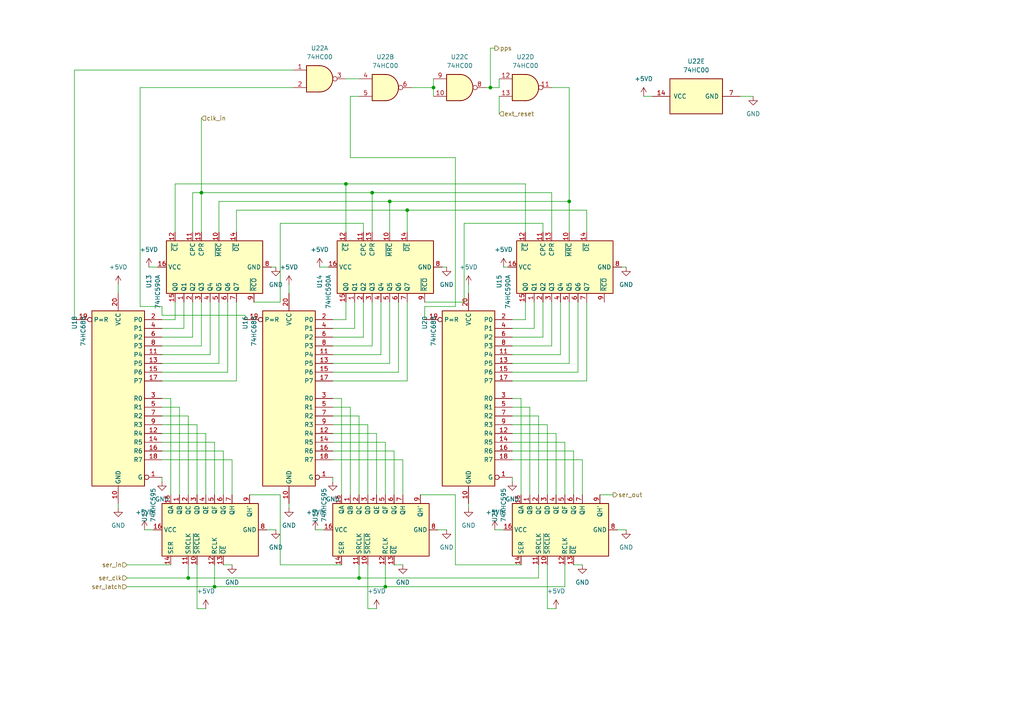
<source format=kicad_sch>
(kicad_sch (version 20230121) (generator eeschema)
  (paper "A4")
  (lib_symbols
    (symbol "74xx:74AHC595"
      (property "Reference" "U" (at -7.62 13.97 0))
      (property "Value" "74AHC595" (at -7.62 -16.51 0))
      (symbol "74AHC595_1_0"
        (pin tri_state line (at 10.16 7.62 180) (length 2.54) (name "QB") (number "1"))
        (pin input line (at -10.16 2.54 0) (length 2.54) (name "~{SRCLR}") (number "10"))
        (pin input line (at -10.16 5.08 0) (length 2.54) (name "SRCLK") (number "11"))
        (pin input line (at -10.16 -2.54 0) (length 2.54) (name "RCLK") (number "12"))
        (pin input line (at -10.16 -5.08 0) (length 2.54) (name "~{OE}") (number "13"))
        (pin input line (at -10.16 10.16 0) (length 2.54) (name "SER") (number "14"))
        (pin tri_state line (at 10.16 10.16 180) (length 2.54) (name "QA") (number "15"))
        (pin power_in line (at 0 15.24 270) (length 2.54) (name "VCC") (number "16"))
        (pin tri_state line (at 10.16 5.08 180) (length 2.54) (name "QC") (number "2"))
        (pin tri_state line (at 10.16 2.54 180) (length 2.54) (name "QD") (number "3"))
        (pin tri_state line (at 10.16 0 180) (length 2.54) (name "QE") (number "4"))
        (pin tri_state line (at 10.16 -2.54 180) (length 2.54) (name "QF") (number "5"))
        (pin tri_state line (at 10.16 -5.08 180) (length 2.54) (name "QG") (number "6"))
        (pin tri_state line (at 10.16 -7.62 180) (length 2.54) (name "QH") (number "7"))
        (pin power_in line (at 0 -17.78 90) (length 2.54) (name "GND") (number "8"))
        (pin output line (at 10.16 -12.7 180) (length 2.54) (name "QH'") (number "9"))
      )
      (symbol "74AHC595_1_1"
        (rectangle (start -7.62 12.7) (end 7.62 -15.24) (stroke (width 0.254)) (fill (type background)))
      )
    )
    (symbol "74xx:74HC00" (pin_names (offset 1.016))
      (property "Reference" "U" (at 0 1.27 0))
      (property "Value" "74HC00" (at 0 -1.27 0))
      (symbol "74HC00_1_1"
        (arc (start 0 -3.81) (mid 3.7934 0) (end 0 3.81) (stroke (width 0.254)) (fill (type background)))
        (polyline (pts (xy 0 3.81) (xy -3.81 3.81) (xy -3.81 -3.81) (xy 0 -3.81)) (stroke (width 0.254)) (fill (type background)))
        (pin input line (at -7.62 2.54 0) (length 3.81) (name "~") (number "1"))
        (pin input line (at -7.62 -2.54 0) (length 3.81) (name "~") (number "2"))
        (pin output inverted (at 7.62 0 180) (length 3.81) (name "~") (number "3"))
      )
      (symbol "74HC00_1_2"
        (arc (start -3.81 -3.81) (mid -2.589 0) (end -3.81 3.81) (stroke (width 0.254)))
        (arc (start -0.6096 -3.81) (mid 2.1842 -2.5851) (end 3.81 0) (stroke (width 0.254)) (fill (type background)))
        (polyline (pts (xy -3.81 -3.81) (xy -0.635 -3.81)) (stroke (width 0.254)) (fill (type background)))
        (polyline (pts (xy -3.81 3.81) (xy -0.635 3.81)) (stroke (width 0.254)) (fill (type background)))
        (polyline (pts (xy -0.635 3.81) (xy -3.81 3.81) (xy -3.81 3.81) (xy -3.556 3.4036) (xy -3.0226 2.2606) (xy -2.6924 1.0414) (xy -2.6162 -0.254) (xy -2.7686 -1.4986) (xy -3.175 -2.7178) (xy -3.81 -3.81) (xy -3.81 -3.81) (xy -0.635 -3.81)) (stroke (width -25.4)) (fill (type background)))
        (arc (start 3.81 0) (mid 2.1915 2.5936) (end -0.6096 3.81) (stroke (width 0.254)) (fill (type background)))
        (pin input inverted (at -7.62 2.54 0) (length 4.318) (name "~") (number "1"))
        (pin input inverted (at -7.62 -2.54 0) (length 4.318) (name "~") (number "2"))
        (pin output line (at 7.62 0 180) (length 3.81) (name "~") (number "3"))
      )
      (symbol "74HC00_2_1"
        (arc (start 0 -3.81) (mid 3.7934 0) (end 0 3.81) (stroke (width 0.254)) (fill (type background)))
        (polyline (pts (xy 0 3.81) (xy -3.81 3.81) (xy -3.81 -3.81) (xy 0 -3.81)) (stroke (width 0.254)) (fill (type background)))
        (pin input line (at -7.62 2.54 0) (length 3.81) (name "~") (number "4"))
        (pin input line (at -7.62 -2.54 0) (length 3.81) (name "~") (number "5"))
        (pin output inverted (at 7.62 0 180) (length 3.81) (name "~") (number "6"))
      )
      (symbol "74HC00_2_2"
        (arc (start -3.81 -3.81) (mid -2.589 0) (end -3.81 3.81) (stroke (width 0.254)))
        (arc (start -0.6096 -3.81) (mid 2.1842 -2.5851) (end 3.81 0) (stroke (width 0.254)) (fill (type background)))
        (polyline (pts (xy -3.81 -3.81) (xy -0.635 -3.81)) (stroke (width 0.254)) (fill (type background)))
        (polyline (pts (xy -3.81 3.81) (xy -0.635 3.81)) (stroke (width 0.254)) (fill (type background)))
        (polyline (pts (xy -0.635 3.81) (xy -3.81 3.81) (xy -3.81 3.81) (xy -3.556 3.4036) (xy -3.0226 2.2606) (xy -2.6924 1.0414) (xy -2.6162 -0.254) (xy -2.7686 -1.4986) (xy -3.175 -2.7178) (xy -3.81 -3.81) (xy -3.81 -3.81) (xy -0.635 -3.81)) (stroke (width -25.4)) (fill (type background)))
        (arc (start 3.81 0) (mid 2.1915 2.5936) (end -0.6096 3.81) (stroke (width 0.254)) (fill (type background)))
        (pin input inverted (at -7.62 2.54 0) (length 4.318) (name "~") (number "4"))
        (pin input inverted (at -7.62 -2.54 0) (length 4.318) (name "~") (number "5"))
        (pin output line (at 7.62 0 180) (length 3.81) (name "~") (number "6"))
      )
      (symbol "74HC00_3_1"
        (arc (start 0 -3.81) (mid 3.7934 0) (end 0 3.81) (stroke (width 0.254)) (fill (type background)))
        (polyline (pts (xy 0 3.81) (xy -3.81 3.81) (xy -3.81 -3.81) (xy 0 -3.81)) (stroke (width 0.254)) (fill (type background)))
        (pin input line (at -7.62 -2.54 0) (length 3.81) (name "~") (number "10"))
        (pin output inverted (at 7.62 0 180) (length 3.81) (name "~") (number "8"))
        (pin input line (at -7.62 2.54 0) (length 3.81) (name "~") (number "9"))
      )
      (symbol "74HC00_3_2"
        (arc (start -3.81 -3.81) (mid -2.589 0) (end -3.81 3.81) (stroke (width 0.254)))
        (arc (start -0.6096 -3.81) (mid 2.1842 -2.5851) (end 3.81 0) (stroke (width 0.254)) (fill (type background)))
        (polyline (pts (xy -3.81 -3.81) (xy -0.635 -3.81)) (stroke (width 0.254)) (fill (type background)))
        (polyline (pts (xy -3.81 3.81) (xy -0.635 3.81)) (stroke (width 0.254)) (fill (type background)))
        (polyline (pts (xy -0.635 3.81) (xy -3.81 3.81) (xy -3.81 3.81) (xy -3.556 3.4036) (xy -3.0226 2.2606) (xy -2.6924 1.0414) (xy -2.6162 -0.254) (xy -2.7686 -1.4986) (xy -3.175 -2.7178) (xy -3.81 -3.81) (xy -3.81 -3.81) (xy -0.635 -3.81)) (stroke (width -25.4)) (fill (type background)))
        (arc (start 3.81 0) (mid 2.1915 2.5936) (end -0.6096 3.81) (stroke (width 0.254)) (fill (type background)))
        (pin input inverted (at -7.62 -2.54 0) (length 4.318) (name "~") (number "10"))
        (pin output line (at 7.62 0 180) (length 3.81) (name "~") (number "8"))
        (pin input inverted (at -7.62 2.54 0) (length 4.318) (name "~") (number "9"))
      )
      (symbol "74HC00_4_1"
        (arc (start 0 -3.81) (mid 3.7934 0) (end 0 3.81) (stroke (width 0.254)) (fill (type background)))
        (polyline (pts (xy 0 3.81) (xy -3.81 3.81) (xy -3.81 -3.81) (xy 0 -3.81)) (stroke (width 0.254)) (fill (type background)))
        (pin output inverted (at 7.62 0 180) (length 3.81) (name "~") (number "11"))
        (pin input line (at -7.62 2.54 0) (length 3.81) (name "~") (number "12"))
        (pin input line (at -7.62 -2.54 0) (length 3.81) (name "~") (number "13"))
      )
      (symbol "74HC00_4_2"
        (arc (start -3.81 -3.81) (mid -2.589 0) (end -3.81 3.81) (stroke (width 0.254)))
        (arc (start -0.6096 -3.81) (mid 2.1842 -2.5851) (end 3.81 0) (stroke (width 0.254)) (fill (type background)))
        (polyline (pts (xy -3.81 -3.81) (xy -0.635 -3.81)) (stroke (width 0.254)) (fill (type background)))
        (polyline (pts (xy -3.81 3.81) (xy -0.635 3.81)) (stroke (width 0.254)) (fill (type background)))
        (polyline (pts (xy -0.635 3.81) (xy -3.81 3.81) (xy -3.81 3.81) (xy -3.556 3.4036) (xy -3.0226 2.2606) (xy -2.6924 1.0414) (xy -2.6162 -0.254) (xy -2.7686 -1.4986) (xy -3.175 -2.7178) (xy -3.81 -3.81) (xy -3.81 -3.81) (xy -0.635 -3.81)) (stroke (width -25.4)) (fill (type background)))
        (arc (start 3.81 0) (mid 2.1915 2.5936) (end -0.6096 3.81) (stroke (width 0.254)) (fill (type background)))
        (pin output line (at 7.62 0 180) (length 3.81) (name "~") (number "11"))
        (pin input inverted (at -7.62 2.54 0) (length 4.318) (name "~") (number "12"))
        (pin input inverted (at -7.62 -2.54 0) (length 4.318) (name "~") (number "13"))
      )
      (symbol "74HC00_5_0"
        (pin power_in line (at 0 12.7 270) (length 5.08) (name "VCC") (number "14"))
        (pin power_in line (at 0 -12.7 90) (length 5.08) (name "GND") (number "7"))
      )
      (symbol "74HC00_5_1"
        (rectangle (start -5.08 7.62) (end 5.08 -7.62) (stroke (width 0.254)) (fill (type background)))
      )
    )
    (symbol "74xx:74HC590A"
      (property "Reference" "U" (at -7.62 16.51 0))
      (property "Value" "74HC590A" (at -7.62 -13.97 0))
      (symbol "74HC590A_1_0"
        (pin tri_state line (at 10.16 10.16 180) (length 2.54) (name "Q1") (number "1"))
        (pin input line (at -10.16 0 0) (length 2.54) (name "~{MRC}") (number "10"))
        (pin input line (at -10.16 7.62 0) (length 2.54) (name "CPC") (number "11"))
        (pin input line (at -10.16 12.7 0) (length 2.54) (name "~{CE}") (number "12"))
        (pin input line (at -10.16 5.08 0) (length 2.54) (name "CPR") (number "13"))
        (pin input line (at -10.16 -5.08 0) (length 2.54) (name "~{OE}") (number "14"))
        (pin tri_state line (at 10.16 12.7 180) (length 2.54) (name "Q0") (number "15"))
        (pin power_in line (at 0 17.78 270) (length 2.54) (name "VCC") (number "16"))
        (pin tri_state line (at 10.16 7.62 180) (length 2.54) (name "Q2") (number "2"))
        (pin tri_state line (at 10.16 5.08 180) (length 2.54) (name "Q3") (number "3"))
        (pin tri_state line (at 10.16 2.54 180) (length 2.54) (name "Q4") (number "4"))
        (pin tri_state line (at 10.16 0 180) (length 2.54) (name "Q5") (number "5"))
        (pin tri_state line (at 10.16 -2.54 180) (length 2.54) (name "Q6") (number "6"))
        (pin tri_state line (at 10.16 -5.08 180) (length 2.54) (name "Q7") (number "7"))
        (pin power_in line (at 0 -15.24 90) (length 2.54) (name "GND") (number "8"))
        (pin output line (at 10.16 -10.16 180) (length 2.54) (name "~{RCO}") (number "9"))
      )
      (symbol "74HC590A_1_1"
        (rectangle (start -7.62 15.24) (end 7.62 -12.7) (stroke (width 0.254)) (fill (type background)))
      )
    )
    (symbol "74xx:74HC688"
      (property "Reference" "U" (at -7.62 26.67 0))
      (property "Value" "74HC688" (at -7.62 -26.67 0))
      (symbol "74HC688_1_0"
        (pin input inverted (at -12.7 -22.86 0) (length 5.08) (name "G") (number "1"))
        (pin power_in line (at 0 -30.48 90) (length 5.08) (name "GND") (number "10"))
        (pin input line (at -12.7 12.7 0) (length 5.08) (name "P4") (number "11"))
        (pin input line (at -12.7 -10.16 0) (length 5.08) (name "R4") (number "12"))
        (pin input line (at -12.7 10.16 0) (length 5.08) (name "P5") (number "13"))
        (pin input line (at -12.7 -12.7 0) (length 5.08) (name "R5") (number "14"))
        (pin input line (at -12.7 7.62 0) (length 5.08) (name "P6") (number "15"))
        (pin input line (at -12.7 -15.24 0) (length 5.08) (name "R6") (number "16"))
        (pin input line (at -12.7 5.08 0) (length 5.08) (name "P7") (number "17"))
        (pin input line (at -12.7 -17.78 0) (length 5.08) (name "R7") (number "18"))
        (pin output inverted (at 12.7 22.86 180) (length 5.08) (name "P=R") (number "19"))
        (pin input line (at -12.7 22.86 0) (length 5.08) (name "P0") (number "2"))
        (pin power_in line (at 0 30.48 270) (length 5.08) (name "VCC") (number "20"))
        (pin input line (at -12.7 0 0) (length 5.08) (name "R0") (number "3"))
        (pin input line (at -12.7 20.32 0) (length 5.08) (name "P1") (number "4"))
        (pin input line (at -12.7 -2.54 0) (length 5.08) (name "R1") (number "5"))
        (pin input line (at -12.7 17.78 0) (length 5.08) (name "P2") (number "6"))
        (pin input line (at -12.7 -5.08 0) (length 5.08) (name "R2") (number "7"))
        (pin input line (at -12.7 15.24 0) (length 5.08) (name "P3") (number "8"))
        (pin input line (at -12.7 -7.62 0) (length 5.08) (name "R3") (number "9"))
      )
      (symbol "74HC688_1_1"
        (rectangle (start -7.62 25.4) (end 7.62 -25.4) (stroke (width 0.254)) (fill (type background)))
      )
    )
    (symbol "power:+5VD" (power) (pin_names (offset 0))
      (property "Value" "+5VD" (at 0 3.556 0))
      (symbol "+5VD_0_1"
        (polyline (pts (xy -0.762 1.27) (xy 0 2.54)))
        (polyline (pts (xy 0 0) (xy 0 2.54)))
        (polyline (pts (xy 0 2.54) (xy 0.762 1.27)))
      )
      (symbol "+5VD_1_1"
        (pin power_in line (at 0 0 90) (length 0) hide (name "+5VD") (number "1"))
      )
    )
    (symbol "power:GND" (power) (pin_names (offset 0))
      (property "Value" "GND" (at 0 -3.81 0))
      (symbol "GND_0_1"
        (polyline (pts (xy 0 0) (xy 0 -1.27) (xy 1.27 -1.27) (xy 0 -2.54) (xy -1.27 -1.27) (xy 0 -1.27)))
      )
      (symbol "GND_1_1"
        (pin power_in line (at 0 0 270) (length 0) hide (name "GND") (number "1"))
      )
    )
  )
  (junction (at 125.73 25.4))
  (junction (at 62.23 170.18))
  (junction (at 118.11 60.96))
  (junction (at 58.42 55.88))
  (junction (at 54.61 167.64))
  (junction (at 165.1 58.42))
  (junction (at 107.95 55.88))
  (junction (at 111.76 170.18))
  (junction (at 100.33 53.34))
  (junction (at 104.14 167.64))
  (junction (at 113.03 58.42))
  (junction (at 142.24 25.4))
  (wire (pts (xy 140.97 25.4) (xy 142.24 25.4)))
  (wire (pts (xy 132.08 88.9) (xy 132.08 45.72)))
  (wire (pts (xy 148.59 120.65) (xy 156.21 120.65)))
  (wire (pts (xy 78.74 77.47) (xy 80.01 77.47)))
  (wire (pts (xy 36.83 163.83) (xy 49.53 163.83)))
  (wire (pts (xy 46.99 138.43) (xy 46.99 139.7)))
  (wire (pts (xy 64.77 130.81) (xy 64.77 143.51)))
  (wire (pts (xy 102.87 95.25) (xy 102.87 87.63)))
  (wire (pts (xy 77.47 153.67) (xy 80.01 153.67)))
  (wire (pts (xy 161.29 125.73) (xy 161.29 143.51)))
  (wire (pts (xy 99.06 115.57) (xy 99.06 143.51)))
  (wire (pts (xy 163.83 170.18) (xy 163.83 163.83)))
  (wire (pts (xy 165.1 58.42) (xy 165.1 67.31)))
  (wire (pts (xy 101.6 45.72) (xy 132.08 45.72)))
  (wire (pts (xy 123.19 92.71) (xy 123.19 88.9)))
  (wire (pts (xy 68.58 110.49) (xy 68.58 87.63)))
  (wire (pts (xy 114.3 130.81) (xy 114.3 143.51)))
  (wire (pts (xy 67.31 133.35) (xy 67.31 143.51)))
  (wire (pts (xy 148.59 130.81) (xy 166.37 130.81)))
  (wire (pts (xy 36.83 167.64) (xy 54.61 167.64)))
  (wire (pts (xy 135.89 146.05) (xy 135.89 147.32)))
  (wire (pts (xy 58.42 55.88) (xy 58.42 67.31)))
  (wire (pts (xy 83.82 82.55) (xy 83.82 85.09)))
  (wire (pts (xy 153.67 118.11) (xy 153.67 143.51)))
  (wire (pts (xy 109.22 125.73) (xy 109.22 143.51)))
  (wire (pts (xy 160.02 55.88) (xy 160.02 67.31)))
  (wire (pts (xy 64.77 163.83) (xy 67.31 163.83)))
  (wire (pts (xy 40.64 25.4) (xy 40.64 88.9)))
  (wire (pts (xy 54.61 163.83) (xy 54.61 167.64)))
  (wire (pts (xy 119.38 25.4) (xy 125.73 25.4)))
  (wire (pts (xy 81.28 143.51) (xy 81.28 163.83)))
  (wire (pts (xy 111.76 163.83) (xy 111.76 170.18)))
  (wire (pts (xy 46.99 91.44) (xy 71.12 91.44)))
  (wire (pts (xy 148.59 105.41) (xy 165.1 105.41)))
  (wire (pts (xy 46.99 125.73) (xy 59.69 125.73)))
  (wire (pts (xy 107.95 100.33) (xy 107.95 87.63)))
  (wire (pts (xy 53.34 95.25) (xy 53.34 87.63)))
  (wire (pts (xy 110.49 102.87) (xy 110.49 87.63)))
  (wire (pts (xy 46.99 105.41) (xy 63.5 105.41)))
  (wire (pts (xy 166.37 163.83) (xy 168.91 163.83)))
  (wire (pts (xy 46.99 115.57) (xy 49.53 115.57)))
  (wire (pts (xy 148.59 133.35) (xy 168.91 133.35)))
  (wire (pts (xy 111.76 170.18) (xy 163.83 170.18)))
  (wire (pts (xy 46.99 110.49) (xy 68.58 110.49)))
  (wire (pts (xy 173.99 143.51) (xy 177.8 143.51)))
  (wire (pts (xy 186.69 27.94) (xy 189.23 27.94)))
  (wire (pts (xy 118.11 110.49) (xy 118.11 87.63)))
  (wire (pts (xy 55.88 97.79) (xy 55.88 87.63)))
  (wire (pts (xy 166.37 130.81) (xy 166.37 143.51)))
  (wire (pts (xy 63.5 105.41) (xy 63.5 87.63)))
  (wire (pts (xy 36.83 170.18) (xy 62.23 170.18)))
  (wire (pts (xy 46.99 100.33) (xy 58.42 100.33)))
  (wire (pts (xy 179.07 153.67) (xy 181.61 153.67)))
  (wire (pts (xy 118.11 60.96) (xy 118.11 67.31)))
  (wire (pts (xy 148.59 115.57) (xy 151.13 115.57)))
  (wire (pts (xy 148.59 100.33) (xy 160.02 100.33)))
  (wire (pts (xy 100.33 92.71) (xy 100.33 87.63)))
  (wire (pts (xy 143.51 153.67) (xy 146.05 153.67)))
  (wire (pts (xy 148.59 102.87) (xy 162.56 102.87)))
  (wire (pts (xy 142.24 25.4) (xy 142.24 13.97)))
  (wire (pts (xy 154.94 95.25) (xy 154.94 87.63)))
  (wire (pts (xy 81.28 87.63) (xy 81.28 64.77)))
  (wire (pts (xy 113.03 58.42) (xy 113.03 67.31)))
  (wire (pts (xy 46.99 123.19) (xy 57.15 123.19)))
  (wire (pts (xy 46.99 120.65) (xy 54.61 120.65)))
  (wire (pts (xy 158.75 176.53) (xy 161.29 176.53)))
  (wire (pts (xy 114.3 163.83) (xy 116.84 163.83)))
  (wire (pts (xy 158.75 123.19) (xy 158.75 143.51)))
  (wire (pts (xy 46.99 133.35) (xy 67.31 133.35)))
  (wire (pts (xy 96.52 120.65) (xy 104.14 120.65)))
  (wire (pts (xy 107.95 55.88) (xy 107.95 67.31)))
  (wire (pts (xy 58.42 34.29) (xy 58.42 55.88)))
  (wire (pts (xy 91.44 153.67) (xy 93.98 153.67)))
  (wire (pts (xy 50.8 67.31) (xy 50.8 53.34)))
  (wire (pts (xy 156.21 120.65) (xy 156.21 143.51)))
  (wire (pts (xy 96.52 107.95) (xy 115.57 107.95)))
  (wire (pts (xy 63.5 58.42) (xy 113.03 58.42)))
  (wire (pts (xy 118.11 60.96) (xy 170.18 60.96)))
  (wire (pts (xy 148.59 125.73) (xy 161.29 125.73)))
  (wire (pts (xy 96.52 118.11) (xy 101.6 118.11)))
  (wire (pts (xy 50.8 92.71) (xy 50.8 87.63)))
  (wire (pts (xy 132.08 143.51) (xy 132.08 163.83)))
  (wire (pts (xy 144.78 27.94) (xy 144.78 33.02)))
  (wire (pts (xy 46.99 88.9) (xy 46.99 91.44)))
  (wire (pts (xy 100.33 67.31) (xy 100.33 53.34)))
  (wire (pts (xy 148.59 92.71) (xy 152.4 92.71)))
  (wire (pts (xy 66.04 107.95) (xy 66.04 87.63)))
  (wire (pts (xy 96.52 115.57) (xy 99.06 115.57)))
  (wire (pts (xy 105.41 64.77) (xy 105.41 67.31)))
  (wire (pts (xy 96.52 133.35) (xy 116.84 133.35)))
  (wire (pts (xy 125.73 25.4) (xy 125.73 27.94)))
  (wire (pts (xy 152.4 53.34) (xy 152.4 67.31)))
  (wire (pts (xy 107.95 55.88) (xy 160.02 55.88)))
  (wire (pts (xy 158.75 163.83) (xy 158.75 176.53)))
  (wire (pts (xy 116.84 133.35) (xy 116.84 143.51)))
  (wire (pts (xy 180.34 77.47) (xy 181.61 77.47)))
  (wire (pts (xy 170.18 60.96) (xy 170.18 67.31)))
  (wire (pts (xy 83.82 146.05) (xy 83.82 147.32)))
  (wire (pts (xy 146.05 77.47) (xy 147.32 77.47)))
  (wire (pts (xy 96.52 100.33) (xy 107.95 100.33)))
  (wire (pts (xy 104.14 163.83) (xy 104.14 167.64)))
  (wire (pts (xy 46.99 118.11) (xy 52.07 118.11)))
  (wire (pts (xy 96.52 125.73) (xy 109.22 125.73)))
  (wire (pts (xy 96.52 97.79) (xy 105.41 97.79)))
  (wire (pts (xy 54.61 167.64) (xy 104.14 167.64)))
  (wire (pts (xy 58.42 55.88) (xy 107.95 55.88)))
  (wire (pts (xy 157.48 64.77) (xy 157.48 67.31)))
  (wire (pts (xy 113.03 58.42) (xy 165.1 58.42)))
  (wire (pts (xy 151.13 115.57) (xy 151.13 143.51)))
  (wire (pts (xy 123.19 88.9) (xy 132.08 88.9)))
  (wire (pts (xy 148.59 138.43) (xy 148.59 139.7)))
  (wire (pts (xy 105.41 97.79) (xy 105.41 87.63)))
  (wire (pts (xy 106.68 163.83) (xy 106.68 176.53)))
  (wire (pts (xy 54.61 120.65) (xy 54.61 143.51)))
  (wire (pts (xy 148.59 107.95) (xy 167.64 107.95)))
  (wire (pts (xy 71.12 91.44) (xy 71.12 92.71)))
  (wire (pts (xy 148.59 118.11) (xy 153.67 118.11)))
  (wire (pts (xy 96.52 102.87) (xy 110.49 102.87)))
  (wire (pts (xy 132.08 163.83) (xy 151.13 163.83)))
  (wire (pts (xy 55.88 67.31) (xy 55.88 55.88)))
  (wire (pts (xy 127 153.67) (xy 129.54 153.67)))
  (wire (pts (xy 81.28 163.83) (xy 99.06 163.83)))
  (wire (pts (xy 43.18 77.47) (xy 45.72 77.47)))
  (wire (pts (xy 96.52 138.43) (xy 96.52 139.7)))
  (wire (pts (xy 144.78 22.86) (xy 144.78 25.4)))
  (wire (pts (xy 104.14 167.64) (xy 156.21 167.64)))
  (wire (pts (xy 168.91 133.35) (xy 168.91 143.51)))
  (wire (pts (xy 81.28 64.77) (xy 105.41 64.77)))
  (wire (pts (xy 214.63 27.94) (xy 218.44 27.94)))
  (wire (pts (xy 46.99 130.81) (xy 64.77 130.81)))
  (wire (pts (xy 46.99 97.79) (xy 55.88 97.79)))
  (wire (pts (xy 134.62 64.77) (xy 157.48 64.77)))
  (wire (pts (xy 96.52 110.49) (xy 118.11 110.49)))
  (wire (pts (xy 55.88 55.88) (xy 58.42 55.88)))
  (wire (pts (xy 142.24 13.97) (xy 143.51 13.97)))
  (wire (pts (xy 57.15 176.53) (xy 59.69 176.53)))
  (wire (pts (xy 96.52 92.71) (xy 100.33 92.71)))
  (wire (pts (xy 96.52 130.81) (xy 114.3 130.81)))
  (wire (pts (xy 101.6 45.72) (xy 101.6 27.94)))
  (wire (pts (xy 96.52 128.27) (xy 111.76 128.27)))
  (wire (pts (xy 96.52 123.19) (xy 106.68 123.19)))
  (wire (pts (xy 50.8 53.34) (xy 100.33 53.34)))
  (wire (pts (xy 115.57 87.63) (xy 115.57 107.95)))
  (wire (pts (xy 62.23 170.18) (xy 111.76 170.18)))
  (wire (pts (xy 101.6 27.94) (xy 104.14 27.94)))
  (wire (pts (xy 152.4 92.71) (xy 152.4 87.63)))
  (wire (pts (xy 162.56 102.87) (xy 162.56 87.63)))
  (wire (pts (xy 148.59 95.25) (xy 154.94 95.25)))
  (wire (pts (xy 106.68 176.53) (xy 109.22 176.53)))
  (wire (pts (xy 46.99 107.95) (xy 66.04 107.95)))
  (wire (pts (xy 92.71 77.47) (xy 95.25 77.47)))
  (wire (pts (xy 163.83 128.27) (xy 163.83 143.51)))
  (wire (pts (xy 96.52 105.41) (xy 113.03 105.41)))
  (wire (pts (xy 63.5 67.31) (xy 63.5 58.42)))
  (wire (pts (xy 106.68 123.19) (xy 106.68 143.51)))
  (wire (pts (xy 165.1 105.41) (xy 165.1 87.63)))
  (wire (pts (xy 57.15 163.83) (xy 57.15 176.53)))
  (wire (pts (xy 157.48 97.79) (xy 157.48 87.63)))
  (wire (pts (xy 100.33 53.34) (xy 152.4 53.34)))
  (wire (pts (xy 34.29 146.05) (xy 34.29 147.32)))
  (wire (pts (xy 34.29 82.55) (xy 34.29 85.09)))
  (wire (pts (xy 59.69 125.73) (xy 59.69 143.51)))
  (wire (pts (xy 100.33 22.86) (xy 104.14 22.86)))
  (wire (pts (xy 170.18 87.63) (xy 170.18 110.49)))
  (wire (pts (xy 57.15 123.19) (xy 57.15 143.51)))
  (wire (pts (xy 46.99 102.87) (xy 60.96 102.87)))
  (wire (pts (xy 142.24 25.4) (xy 144.78 25.4)))
  (wire (pts (xy 101.6 118.11) (xy 101.6 143.51)))
  (wire (pts (xy 165.1 58.42) (xy 165.1 25.4)))
  (wire (pts (xy 160.02 100.33) (xy 160.02 87.63)))
  (wire (pts (xy 68.58 60.96) (xy 118.11 60.96)))
  (wire (pts (xy 60.96 102.87) (xy 60.96 87.63)))
  (wire (pts (xy 85.09 25.4) (xy 40.64 25.4)))
  (wire (pts (xy 49.53 115.57) (xy 49.53 143.51)))
  (wire (pts (xy 148.59 123.19) (xy 158.75 123.19)))
  (wire (pts (xy 104.14 120.65) (xy 104.14 143.51)))
  (wire (pts (xy 135.89 82.55) (xy 135.89 85.09)))
  (wire (pts (xy 52.07 118.11) (xy 52.07 143.51)))
  (wire (pts (xy 68.58 67.31) (xy 68.58 60.96)))
  (wire (pts (xy 73.66 87.63) (xy 81.28 87.63)))
  (wire (pts (xy 121.92 143.51) (xy 132.08 143.51)))
  (wire (pts (xy 41.91 153.67) (xy 44.45 153.67)))
  (wire (pts (xy 46.99 95.25) (xy 53.34 95.25)))
  (wire (pts (xy 165.1 25.4) (xy 160.02 25.4)))
  (wire (pts (xy 58.42 100.33) (xy 58.42 87.63)))
  (wire (pts (xy 72.39 143.51) (xy 81.28 143.51)))
  (wire (pts (xy 21.59 92.71) (xy 21.59 20.32)))
  (wire (pts (xy 167.64 107.95) (xy 167.64 87.63)))
  (wire (pts (xy 21.59 20.32) (xy 85.09 20.32)))
  (wire (pts (xy 46.99 92.71) (xy 50.8 92.71)))
  (wire (pts (xy 46.99 128.27) (xy 62.23 128.27)))
  (wire (pts (xy 62.23 163.83) (xy 62.23 170.18)))
  (wire (pts (xy 40.64 88.9) (xy 46.99 88.9)))
  (wire (pts (xy 125.73 22.86) (xy 125.73 25.4)))
  (wire (pts (xy 148.59 110.49) (xy 170.18 110.49)))
  (wire (pts (xy 148.59 128.27) (xy 163.83 128.27)))
  (wire (pts (xy 62.23 128.27) (xy 62.23 143.51)))
  (wire (pts (xy 148.59 97.79) (xy 157.48 97.79)))
  (wire (pts (xy 96.52 95.25) (xy 102.87 95.25)))
  (wire (pts (xy 128.27 77.47) (xy 129.54 77.47)))
  (wire (pts (xy 156.21 167.64) (xy 156.21 163.83)))
  (wire (pts (xy 113.03 105.41) (xy 113.03 87.63)))
  (wire (pts (xy 123.19 87.63) (xy 134.62 87.63)))
  (wire (pts (xy 134.62 87.63) (xy 134.62 64.77)))
  (wire (pts (xy 111.76 128.27) (xy 111.76 143.51)))
  (hierarchical_label "ser_out" (shape output) (at 177.8 143.51 0))
  (hierarchical_label "pps" (shape output) (at 143.51 13.97 0))
  (hierarchical_label "ser_clk" (shape input) (at 36.83 167.64 180))
  (hierarchical_label "ser_latch" (shape input) (at 36.83 170.18 180))
  (hierarchical_label "clk_in" (shape input) (at 58.42 34.29 0))
  (hierarchical_label "ser_in" (shape input) (at 36.83 163.83 180))
  (hierarchical_label "ext_reset" (shape input) (at 144.78 33.02 0))
  (symbol (lib_id "74xx:74HC590A") (at 113.03 77.47 90) (mirror x) (unit 1)
    (property "Reference" "U14" (at 92.71 79.6641 0) (effects (justify left)))
    (property "Value" "74HC590A" (at 95.25 79.6641 0) (effects (justify left)))
    (property "Datasheet" "http://www.ti.com/lit/ds/symlink/sn74hc590a.pdf" (effects hide))
  )
  (symbol (lib_id "power:GND") (at 67.31 163.83 0) (unit 1)
    (property "Reference" "#PWR081" (effects hide))
    (property "Value" "GND" (at 67.31 168.91 0))
  )
  (symbol (lib_id "74xx:74HC00") (at 92.71 22.86 0) (unit 1)
    (property "Reference" "U22" (at 92.7017 13.97 0))
    (property "Value" "74HC00" (at 92.7017 16.51 0))
    (property "Datasheet" "http://www.ti.com/lit/gpn/sn74hc00" (effects hide))
  )
  (symbol (lib_id "power:+5VD") (at 109.22 176.53 0) (unit 1)
    (property "Reference" "#PWR096" (effects hide))
    (property "Value" "+5VD" (at 109.22 171.45 0))
  )
  (symbol (lib_id "power:GND") (at 80.01 77.47 0) (unit 1)
    (property "Reference" "#PWR043" (effects hide))
    (property "Value" "GND" (at 80.01 82.55 0))
  )
  (symbol (lib_id "74xx:74AHC595") (at 161.29 153.67 90) (unit 1)
    (property "Reference" "U21" (at 143.51 151.4759 0) (effects (justify left)))
    (property "Value" "74AHC595" (at 146.05 151.4759 0) (effects (justify left)))
    (property "Datasheet" "https://assets.nexperia.com/documents/data-sheet/74AHC_AHCT595.pdf" (effects hide))
  )
  (symbol (lib_id "power:+5VD") (at 161.29 176.53 0) (unit 1)
    (property "Reference" "#PWR097" (effects hide))
    (property "Value" "+5VD" (at 161.29 171.45 0))
  )
  (symbol (lib_id "74xx:74AHC595") (at 109.22 153.67 90) (unit 1)
    (property "Reference" "U19" (at 91.44 151.4759 0) (effects (justify left)))
    (property "Value" "74AHC595" (at 93.98 151.4759 0) (effects (justify left)))
    (property "Datasheet" "https://assets.nexperia.com/documents/data-sheet/74AHC_AHCT595.pdf" (effects hide))
  )
  (symbol (lib_id "power:GND") (at 46.99 139.7 0) (unit 1)
    (property "Reference" "#PWR094" (effects hide))
    (property "Value" "GND" (at 46.99 144.78 0))
  )
  (symbol (lib_id "power:+5VD") (at 43.18 77.47 0) (unit 1)
    (property "Reference" "#PWR032" (effects hide))
    (property "Value" "+5VD" (at 43.18 72.39 0))
  )
  (symbol (lib_id "power:GND") (at 135.89 147.32 0) (unit 1)
    (property "Reference" "#PWR046" (effects hide))
    (property "Value" "GND" (at 135.89 152.4 0))
  )
  (symbol (lib_id "74xx:74HC590A") (at 63.5 77.47 90) (mirror x) (unit 1)
    (property "Reference" "U13" (at 43.18 79.6641 0) (effects (justify left)))
    (property "Value" "74HC590A" (at 45.72 79.6641 0) (effects (justify left)))
    (property "Datasheet" "http://www.ti.com/lit/ds/symlink/sn74hc590a.pdf" (effects hide))
  )
  (symbol (lib_id "power:GND") (at 129.54 153.67 0) (unit 1)
    (property "Reference" "#PWR041" (effects hide))
    (property "Value" "GND" (at 129.54 158.75 0))
  )
  (symbol (lib_id "74xx:74HC688") (at 83.82 115.57 0) (mirror y) (unit 1)
    (property "Reference" "U16" (at 71.12 91.6239 90) (effects (justify right)))
    (property "Value" "74HC688" (at 73.66 91.6239 90) (effects (justify right)))
    (property "Datasheet" "https://www.ti.com/lit/ds/symlink/cd54hc688.pdf" (effects hide))
  )
  (symbol (lib_id "74xx:74AHC595") (at 59.69 153.67 90) (unit 1)
    (property "Reference" "U17" (at 41.91 151.4759 0) (effects (justify left)))
    (property "Value" "74AHC595" (at 44.45 151.4759 0) (effects (justify left)))
    (property "Datasheet" "https://assets.nexperia.com/documents/data-sheet/74AHC_AHCT595.pdf" (effects hide))
  )
  (symbol (lib_id "power:GND") (at 148.59 139.7 0) (unit 1)
    (property "Reference" "#PWR092" (effects hide))
    (property "Value" "GND" (at 148.59 144.78 0))
  )
  (symbol (lib_id "power:GND") (at 168.91 163.83 0) (unit 1)
    (property "Reference" "#PWR089" (effects hide))
    (property "Value" "GND" (at 168.91 168.91 0))
  )
  (symbol (lib_id "power:+5VD") (at 146.05 77.47 0) (unit 1)
    (property "Reference" "#PWR035" (effects hide))
    (property "Value" "+5VD" (at 146.05 72.39 0))
  )
  (symbol (lib_id "74xx:74HC688") (at 34.29 115.57 0) (mirror y) (unit 1)
    (property "Reference" "U18" (at 21.59 91.6239 90) (effects (justify right)))
    (property "Value" "74HC688" (at 24.13 91.6239 90) (effects (justify right)))
    (property "Datasheet" "https://www.ti.com/lit/ds/symlink/cd54hc688.pdf" (effects hide))
  )
  (symbol (lib_id "74xx:74HC00") (at 201.93 27.94 90) (unit 5)
    (property "Reference" "U22" (at 201.93 17.78 90))
    (property "Value" "74HC00" (at 201.93 20.32 90))
    (property "Datasheet" "http://www.ti.com/lit/gpn/sn74hc00" (effects hide))
  )
  (symbol (lib_id "power:+5VD") (at 59.69 176.53 0) (unit 1)
    (property "Reference" "#PWR095" (effects hide))
    (property "Value" "+5VD" (at 59.69 171.45 0))
  )
  (symbol (lib_id "power:GND") (at 181.61 77.47 0) (unit 1)
    (property "Reference" "#PWR045" (effects hide))
    (property "Value" "GND" (at 181.61 82.55 0))
  )
  (symbol (lib_id "power:GND") (at 96.52 139.7 0) (unit 1)
    (property "Reference" "#PWR093" (effects hide))
    (property "Value" "GND" (at 96.52 144.78 0))
  )
  (symbol (lib_id "74xx:74HC688") (at 135.89 115.57 0) (mirror y) (unit 1)
    (property "Reference" "U20" (at 123.19 91.6239 90) (effects (justify right)))
    (property "Value" "74HC688" (at 125.73 91.6239 90) (effects (justify right)))
    (property "Datasheet" "https://www.ti.com/lit/ds/symlink/cd54hc688.pdf" (effects hide))
  )
  (symbol (lib_id "74xx:74HC00") (at 133.35 25.4 0) (unit 3)
    (property "Reference" "U22" (at 133.3417 16.51 0))
    (property "Value" "74HC00" (at 133.3417 19.05 0))
    (property "Datasheet" "http://www.ti.com/lit/gpn/sn74hc00" (effects hide))
  )
  (symbol (lib_id "power:+5VD") (at 41.91 153.67 0) (unit 1)
    (property "Reference" "#PWR038" (effects hide))
    (property "Value" "+5VD" (at 41.91 148.59 0))
  )
  (symbol (lib_id "power:+5VD") (at 83.82 82.55 0) (unit 1)
    (property "Reference" "#PWR039" (effects hide))
    (property "Value" "+5VD" (at 83.82 77.47 0))
  )
  (symbol (lib_id "power:GND") (at 129.54 77.47 0) (unit 1)
    (property "Reference" "#PWR044" (effects hide))
    (property "Value" "GND" (at 129.54 82.55 0))
  )
  (symbol (lib_id "power:+5VD") (at 92.71 77.47 0) (unit 1)
    (property "Reference" "#PWR034" (effects hide))
    (property "Value" "+5VD" (at 92.71 72.39 0))
  )
  (symbol (lib_id "power:+5VD") (at 186.69 27.94 0) (unit 1)
    (property "Reference" "#PWR049" (effects hide))
    (property "Value" "+5VD" (at 186.69 22.86 0))
  )
  (symbol (lib_id "power:+5VD") (at 34.29 82.55 0) (unit 1)
    (property "Reference" "#PWR031" (effects hide))
    (property "Value" "+5VD" (at 34.29 77.47 0))
  )
  (symbol (lib_id "74xx:74HC00") (at 152.4 25.4 0) (unit 4)
    (property "Reference" "U22" (at 152.3917 16.51 0))
    (property "Value" "74HC00" (at 152.3917 19.05 0))
    (property "Datasheet" "http://www.ti.com/lit/gpn/sn74hc00" (effects hide))
  )
  (symbol (lib_id "power:GND") (at 34.29 147.32 0) (unit 1)
    (property "Reference" "#PWR048" (effects hide))
    (property "Value" "GND" (at 34.29 152.4 0))
  )
  (symbol (lib_id "74xx:74HC00") (at 111.76 25.4 0) (unit 2)
    (property "Reference" "U22" (at 111.7517 16.51 0))
    (property "Value" "74HC00" (at 111.7517 19.05 0))
    (property "Datasheet" "http://www.ti.com/lit/gpn/sn74hc00" (effects hide))
  )
  (symbol (lib_id "power:+5VD") (at 91.44 153.67 0) (unit 1)
    (property "Reference" "#PWR037" (effects hide))
    (property "Value" "+5VD" (at 91.44 148.59 0))
  )
  (symbol (lib_id "power:GND") (at 181.61 153.67 0) (unit 1)
    (property "Reference" "#PWR033" (effects hide))
    (property "Value" "GND" (at 181.61 158.75 0))
  )
  (symbol (lib_id "power:GND") (at 218.44 27.94 0) (unit 1)
    (property "Reference" "#PWR050" (effects hide))
    (property "Value" "GND" (at 218.44 33.02 0))
  )
  (symbol (lib_id "power:GND") (at 83.82 147.32 0) (unit 1)
    (property "Reference" "#PWR047" (effects hide))
    (property "Value" "GND" (at 83.82 152.4 0))
  )
  (symbol (lib_id "power:GND") (at 80.01 153.67 0) (unit 1)
    (property "Reference" "#PWR042" (effects hide))
    (property "Value" "GND" (at 80.01 158.75 0))
  )
  (symbol (lib_id "power:+5VD") (at 135.89 82.55 0) (unit 1)
    (property "Reference" "#PWR040" (effects hide))
    (property "Value" "+5VD" (at 135.89 77.47 0))
  )
  (symbol (lib_id "power:+5VD") (at 143.51 153.67 0) (unit 1)
    (property "Reference" "#PWR036" (effects hide))
    (property "Value" "+5VD" (at 143.51 148.59 0))
  )
  (symbol (lib_id "74xx:74HC590A") (at 165.1 77.47 90) (mirror x) (unit 1)
    (property "Reference" "U15" (at 144.78 79.6641 0) (effects (justify left)))
    (property "Value" "74HC590A" (at 147.32 79.6641 0) (effects (justify left)))
    (property "Datasheet" "http://www.ti.com/lit/ds/symlink/sn74hc590a.pdf" (effects hide))
  )
  (symbol (lib_id "power:GND") (at 116.84 163.83 0) (unit 1)
    (property "Reference" "#PWR082" (effects hide))
    (property "Value" "GND" (at 116.84 168.91 0))
  )
)
</source>
